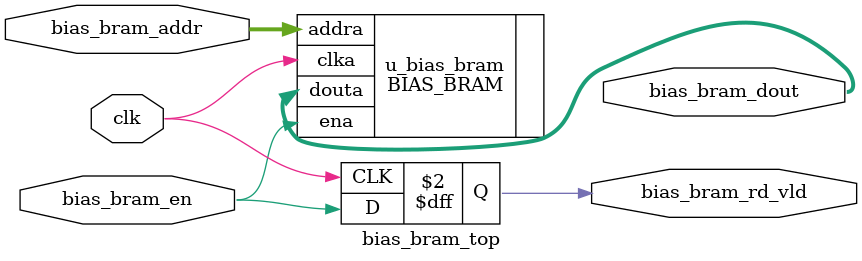
<source format=v>
`timescale 1ns / 1ps


module bias_bram_top(
input clk,
input bias_bram_en,
input [6 : 0] bias_bram_addr,
output [31 : 0] bias_bram_dout,
output reg bias_bram_rd_vld
    );

always @ (posedge clk)
begin
   bias_bram_rd_vld <= bias_bram_en;
end
    
BIAS_BRAM u_bias_bram (
      .clka(clk),    // input wire clka
      .ena(bias_bram_en),      // input wire ena
      .addra(bias_bram_addr),  // input wire [6 : 0] addra
      .douta(bias_bram_dout)  // output wire [31 : 0] douta
    );
endmodule

</source>
